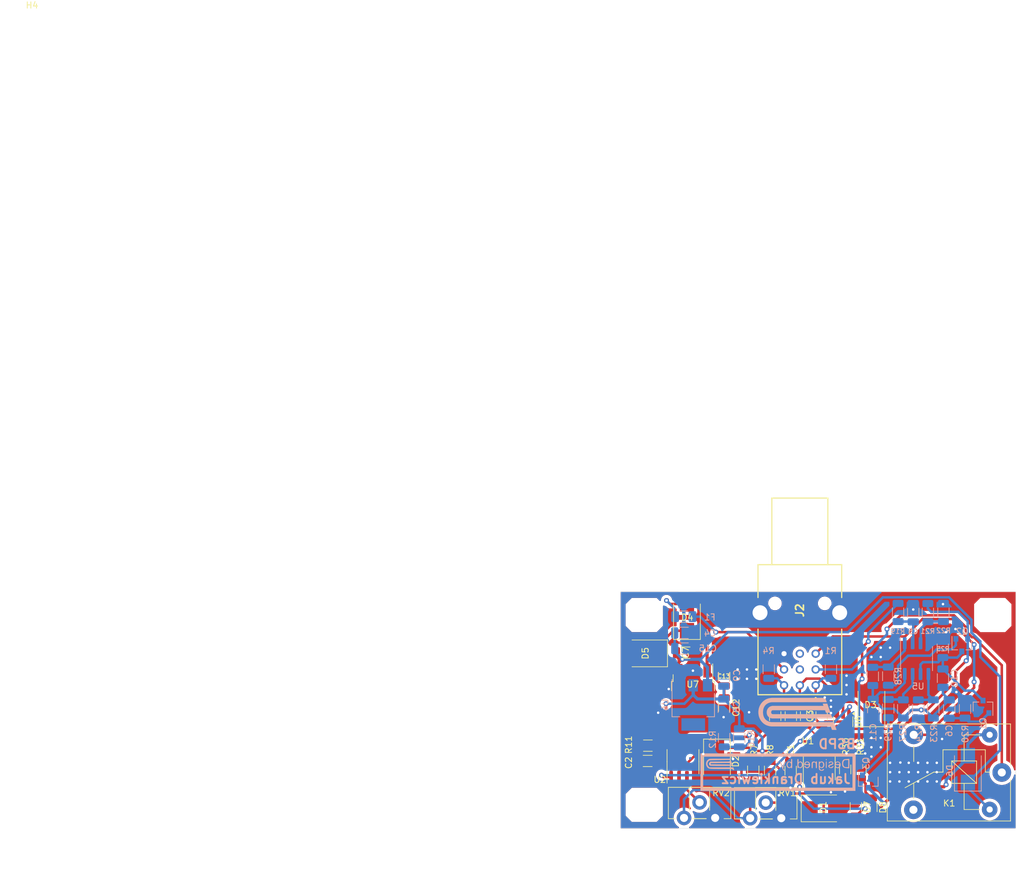
<source format=kicad_pcb>
(kicad_pcb (version 20240108) (generator "pcbnew") (generator_version "8.0")
  (layers (0 "F.Cu" signal) (31 "B.Cu" signal) (34 "B.Paste" user) (35 "F.Paste" user) (36 "B.SilkS" user "B.Silkscreen") (37 "F.SilkS" user "F.Silkscreen") (38 "B.Mask" user) (39 "F.Mask" user) (44 "Edge.Cuts" user))
  (net 0 "")
  (net 1 "GND")
  (net 2 "+5V")
  (net 3 "Net-(U5A--)")
  (net 4 "Net-(Q1-G)")
  (net 5 "Net-(Q1-D)")
  (net 6 "Net-(D4-K)")
  (net 7 "+12V")
  (net 8 "Current_Sensor")
  (net 9 "Brake_1")
  (net 10 "Net-(D1-A1)")
  (net 11 "Net-(D2-A1)")
  (net 12 "Net-(D4-A)")
  (net 13 "Net-(D6-A)")
  (net 14 "Net-(D7-K)")
  (net 15 "/Comparators/Brake1Logic")
  (net 16 "Net-(D8-K)")
  (net 17 "/Comparators/Error")
  (net 19 "Brake_2")
  (net 20 "Net-(R26-Pad2)")
  (net 21 "Net-(R27-Pad2)")
  (net 24 "Net-(Q2-G)")
  (net 25 "Net-(Q3-G)")
  (net 26 "Net-(U1A--)")
  (net 27 "Relay_1")
  (net 28 "Net-(R10-Pad2)")
  (net 29 "Net-(U5A-+)")
  (net 30 "Net-(U5B-+)")
  (net 31 "Net-(U1B-+)")
  (net 32 "unconnected-(RV2-Pad2)")
  (net 33 "LV_in")
  (net 34 "Relay_2")
  (footprint "Diode_SMD:D_SMB" (layer "F.Cu") (at 113.1824 120.7426 -90)
    (property "Reference" "D2")
    (property "Value" "D_TVS")
  )
  (footprint "Resistor_SMD:R_1206_3216Metric" (layer "F.Cu") (at 122.54 113.5 90)
    (property "Reference" "R6" (hide yes))
    (property "Value" "10k")
  )
  (footprint "Diode_SMD:D_SMB" (layer "F.Cu") (at 101.6799 103.4161 180)
    (property "Reference" "D5")
    (property "Value" "SMBJ18CA-E3/52")
  )
  (footprint "Capacitor_SMD:C_1206_3216Metric" (layer "F.Cu") (at 135.5 128.0936 -90)
    (property "Reference" "D7")
    (property "Value" "LED GREEN")
  )
  (footprint "Capacitor_SMD:C_1206_3216Metric" (layer "F.Cu") (at 138 128.1416 -90)
    (property "Reference" "D8")
    (property "Value" "LED RED")
  )
  (footprint "Resistor_SMD:R_1206_3216Metric" (layer "F.Cu") (at 127.5 113.5 90)
    (property "Reference" "R3" (hide yes))
    (property "Value" "10k")
  )
  (footprint "Resistor_SMD:R_1206_3216Metric" (layer "F.Cu") (at 119.0117 122.2229 90)
    (property "Reference" "R7")
    (property "Value" "100k")
  )
  (footprint "Resistor_SMD:R_1206_3216Metric" (layer "F.Cu") (at 121.7168 122.2395 -90)
    (property "Reference" "R8")
    (property "Value" "10k")
  )
  (footprint "Resistor_SMD:R_1206_3216Metric" (layer "F.Cu") (at 102.0425 120.7008)
    (property "Reference" "R11")
    (property "Value" "10k")
  )
  (footprint "Package_SO:SOIC-8_3.9x4.9mm_P1.27mm" (layer "F.Cu") (at 107.7214 120.8136 90)
    (property "Reference" "U2")
    (property "Value" "LM393")
  )
  (footprint "Diode_SMD:D_SMB" (layer "F.Cu") (at 138 111.65 90)
    (property "Reference" "D3")
    (property "Value" "D_TVS")
  )
  (footprint "Capacitor_SMD:C_1206_3216Metric" (layer "F.Cu") (at 108.1514 103.3018)
    (property "Reference" "C7")
    (property "Value" "100n")
  )
  (footprint "Capacitor_SMD:C_1206_3216Metric" (layer "F.Cu") (at 125.0188 122.2484 -90)
    (property "Reference" "C1")
    (property "Value" "100n")
  )
  (footprint "Capacitor_SMD:C_1206_3216Metric" (layer "F.Cu") (at 114.3508 112.0376 -90)
    (property "Reference" "C12")
    (property "Value" "10u")
  )
  (footprint "Capacitor_SMD:C_1206_3216Metric" (layer "F.Cu") (at 114.3508 107.1644 90)
    (property "Reference" "C13")
    (property "Value" "100n")
  )
  (footprint "Resistor_SMD:R_1206_3216Metric" (layer "F.Cu") (at 125.0546 113.496 -90)
    (property "Reference" "R13" (hide yes))
    (property "Value" "10k")
  )
  (footprint "Package_TO_SOT_SMD:TO-252-3_TabPin2" (layer "F.Cu") (at 109.3206 110.398 -90)
    (property "Reference" "U7")
    (property "Value" "MC78M12CDTG DPAK")
  )
  (footprint "Resistor_SMD:R_1206_3216Metric" (layer "F.Cu") (at 133.7818 122.0617 -90)
    (property "Reference" "R30")
    (property "Value" "1k")
  )
  (footprint "Resistor_SMD:R_1206_3216Metric" (layer "F.Cu") (at 136.2456 122.0577 -90)
    (property "Reference" "R31")
    (property "Value" "10k")
  )
  (footprint "Diode_SMD:D_SMB" (layer "F.Cu") (at 108.3564 97.6286 90)
    (property "Reference" "D4")
    (property "Value" "D_Schottky")
  )
  (footprint "Capacitor_SMD:C_1206_3216Metric" (layer "F.Cu") (at 102.0808 118.237 180)
    (property "Reference" "C2")
    (property "Value" "100n")
  )
  (footprint "Package_SO:SOIC-8_3.9x4.9mm_P1.27mm" (layer "F.Cu") (at 129.6162 121.793 90)
    (property "Reference" "U1")
    (property "Value" "LM393")
  )
  (footprint "Diode_SMD:D_SMB" (layer "F.Cu") (at 130.2676 128.3208)
    (property "Reference" "D1")
    (property "Value" "D_TVS")
  )
  (footprint "Package_TO_SOT_SMD:SOT-23-5" (layer "F.Cu") (at 133.45 114.4016 -90)
    (property "Reference" "U6")
    (property "Value" "74AHC1G02")
  )
  (footprint "MountingHole:MountingHole_3.2mm_M3_ISO7380" (layer "F.Cu") (at 101.4984 97.2566)
    (property "Reference" "H1")
    (property "Value" "MountingHole")
  )
  (footprint "Relay_THT:Relay_SPDT_SANYOU_SRD_Series_Form_C" (layer "F.Cu") (at 158.95 122.55 180)
    (property "Reference" "K1")
    (property "Value" "SANYOU_SRD_Form_C")
  )
  (footprint "MountingHole:MountingHole_3.2mm_M3_ISO7380" (layer "F.Cu") (at 157.3784 97.2566)
    (property "Reference" "H3")
    (property "Value" "MountingHole")
  )
  (footprint "MountingHole:MountingHole_3.2mm_M3_ISO7380" (layer "F.Cu") (at 101.4984 127.7366)
    (property "Reference" "H2")
    (property "Value" "MountingHole")
  )
  (footprint "Potentiometer_THT:Potentiometer_ACP_CA9-H2,5_Horizontal" (layer "F.Cu") (at 118.5164 129.8956 90)
    (property "Reference" "RV1")
    (property "Value" "20k")
  )
  (footprint "Potentiometer_THT:Potentiometer_ACP_CA9-H2,5_Horizontal" (layer "F.Cu") (at 107.8884 129.8556 90)
    (property "Reference" "RV2")
    (property "Value" "20k")
  )
  (footprint "Connector_9pin:D369G99NP4" (layer "F.Cu") (at 129.04 108.54 90)
    (property "Reference" "J2")
    (property "Value" "D369-G99-NP4" (hide yes))
  )
  (footprint "MountingHole:MountingHole_3.2mm_M3_ISO7380" (layer "F.Cu") (at 3.125 3.125)
    (property "Reference" "H4")
    (property "Value" "MountingHole")
  )
  (footprint "Capacitor_SMD:C_1206_3216Metric" (layer "F.Cu") (at 130 113.475 90)
    (property "Reference" "C3")
    (property "Value" "100n")
  )
  (footprint "Package_SO:SOIC-8_3.9x4.9mm_P1.27mm" (layer "B.Cu") (at 145.255099 104.2558 -90)
    (property "Reference" "U5")
    (property "Value" "LM393")
  )
  (footprint "Fuse:Fuse_1206_3216Metric" (layer "B.Cu") (at 107.8514 97.5106)
    (property "Reference" "F1")
    (property "Value" "500mA")
  )
  (footprint "Package_TO_SOT_SMD:SOT-23" (layer "B.Cu") (at 152.519499 102.0826 -90)
    (property "Reference" "Q2")
    (property "Value" "Si2319CDS")
  )
  (footprint "Resistor_SMD:R_1206_3216Metric" (layer "B.Cu") (at 140.708499 107.0757 90)
    (property "Reference" "R28")
    (property "Value" "100R")
  )
  (footprint "Resistor_SMD:R_1206_3216Metric" (layer "B.Cu") (at 140.708499 112.2807 90)
    (property "Reference" "R29")
    (property "Value" "100R")
  )
  (footprint "Package_TO_SOT_SMD:SOT-23" (layer "B.Cu") (at 155.931899 112 90)
    (property "Reference" "Q1")
    (property "Value" "BSS138")
  )
  (footprint "Package_TO_SOT_SMD:SOT-23" (layer "B.Cu") (at 137.5 124 -90)
    (property "Reference" "Q3")
    (property "Value" "BSS138")
  )
  (footprint "Resistor_SMD:R_1206_3216Metric" (layer "B.Cu") (at 138.219299 107.1118 90)
    (property "Reference" "R26" (hide yes))
    (property "Value" "10k")
  )
  (footprint "Capacitor_SMD:C_1206_3216Metric" (layer "B.Cu") (at 107.8738 102.6414)
    (property "Reference" "C15")
    (property "Value" "100n")
  )
  (footprint "Diode_SMD:D_SMB" (layer "B.Cu") (at 153.5 122 90)
    (property "Reference" "D6")
    (property "Value" "D")
  )
  (footprint "Capacitor_SMD:C_1206_3216Metric" (layer "B.Cu") (at 150.500199 112.3569 -90)
    (property "Reference" "C6")
    (property "Value" "100n")
  )
  (footprint "Capacitor_SMD:C_1206_3216Metric" (layer "B.Cu") (at 138.295499 112.268 -90)
    (property "Reference" "C11")
    (property "Value" "100n")
  )
  (footprint "Resistor_SMD:R_1206_3216Metric" (layer "B.Cu") (at 143.121499 112.3442 90)
    (property "Reference" "R27")
    (property "Value" "10k")
  )
  (footprint "Resistor_SMD:R_1206_3216Metric" (layer "B.Cu") (at 142.283299 96.8395 90)
    (property "Reference" "R19")
    (property "Value" "39k")
  )
  (footprint "Resistor_SMD:R_1206_3216Metric" (layer "B.Cu") (at 147.071199 96.8649 -90)
    (property "Reference" "R21")
    (property "Value" "39k")
  )
  (footprint "Resistor_SMD:R_1206_3216Metric" (layer "B.Cu") (at 147.947499 112.3422 90)
    (property "Reference" "R23")
    (property "Value" "100k")
  )
  (footprint "Resistor_SMD:R_1206_3216Metric" (layer "B.Cu") (at 149.573099 96.8395 90)
    (property "Reference" "R22")
    (property "Value" "100k")
  )
  (footprint "Resistor_SMD:R_1206_3216Metric" (layer "B.Cu") (at 153.040199 112.3569 90)
    (property "Reference" "R20")
    (property "Value" "820k")
  )
  (footprint "Capacitor_SMD:C_1206_3216Metric" (layer "B.Cu") (at 114.2746 112.219 -90)
    (property "Reference" "C8")
    (property "Value" "10u")
  )
  (footprint "Resistor_SMD:R_1206_3216Metric" (layer "B.Cu") (at 149.471499 102.6267 90)
    (property "Reference" "R25")
    (property "Value" "1M")
  )
  (footprint "Resistor_SMD:R_1206_3216Metric" (layer "B.Cu") (at 145.534499 112.3442 -90)
    (property "Reference" "R24")
    (property "Value" "10k")
  )
  (footprint "Resistor_SMD:R_1206_3216Metric" (layer "B.Cu") (at 114.3254 116.9817 90)
    (property "Reference" "R12")
    (property "Value" "10k")
  )
  (footprint "Resistor_SMD:R_1206_3216Metric" (layer "B.Cu") (at 131.5 105.9625 90)
    (property "Reference" "R1")
    (property "Value" "100k")
  )
  (footprint "Resistor_SMD:R_1206_3216Metric" (layer "B.Cu") (at 121.5 105.9625 90)
    (property "Reference" "R4")
    (property "Value" "100k")
  )
  (footprint "Resistor_SMD:R_1206_3216Metric" (layer "B.Cu") (at 116.7638 116.9817 -90)
    (property "Reference" "R10")
    (property "Value" "100k")
  )
  (footprint "Capacitor_SMD:C_1206_3216Metric" (layer "B.Cu") (at 144.721699 96.8774 90)
    (property "Reference" "C5")
    (property "Value" "10u")
  )
  (footprint "Capacitor_SMD:C_1206_3216Metric" (layer "B.Cu") (at 107.8738 100.1268)
    (property "Reference" "C4")
    (property "Value" "10u")
  )
  (footprint "Capacitor_SMD:C_1206_3216Metric" (layer "B.Cu") (at 114.2746 107.2134 90)
    (property "Reference" "C9")
    (property "Value" "100n")
  )
  (footprint "Capacitor_SMD:C_1206_3216Metric" (layer "B.Cu") (at 149.496899 107.393 90)
    (property "Reference" "C10")
    (property "Value" "10u")
  )
  (footprint "Package_TO_SOT_SMD:SOT-223" (layer "B.Cu") (at 109.37 111.69 -90)
    (property "Reference" "U4")
    (property "Value" "LM1117-5.0")
  )
  (footprint "put_silkscreen:SignatureBox25mm" (layer "B.Cu") (at 122.978834 124.489667 180)
    (property "Reference" "G***" (hide yes))
    (property "Value" "LOGO" (hide yes))
  )
  (footprint "put_silkscreen:PUTM_LOGO_15mm" (layer "B.Cu") (at 126.5 113 180)
    (property "Reference" "G***" (hide yes))
    (property "Value" "LOGO" (hide yes))
  )
  (gr_line (start 161.1884 131.5466) (end 161.1884 93.4974) (stroke (width 0.05)) (layer "Edge.Cuts"))
  (gr_line (start 161.1884 93.4974) (end 97.6884 93.5101) (stroke (width 0.05)) (layer "Edge.Cuts"))
  (gr_line (start 97.6884 93.5101) (end 97.6884 131.5466) (stroke (width 0.05)) (layer "Edge.Cuts"))
  (gr_line (start 97.6884 131.5466) (end 161.1884 131.5466) (stroke (width 0.05)) (layer "Edge.Cuts"))
  (segment (start 108.886171 120.269) (end 108.886171 120.290771) (width 0.4) (layer "B.Cu") (net 0))
  (segment (start 132.2578 97.4344) (end 131.8514 97.4344) (width 0.4) (layer "F.Cu") (net 1))
  (segment (start 131.4958 124.2934) (end 131.5212 124.268) (width 0.4) (layer "F.Cu") (net 1))
  (segment (start 109.6264 105.8922) (end 109.3206 106.198) (width 0.4) (layer "F.Cu") (net 1))
  (segment (start 109.6264 103.3018) (end 109.6264 105.8922) (width 0.4) (layer "F.Cu") (net 1))
  (segment (start 132.9436 127.7948) (end 132.4176 128.3208) (width 0.4) (layer "F.Cu") (net 1))
  (segment (start 131.4958 125.73) (end 131.4958 124.2934) (width 0.4) (layer "F.Cu") (net 1))
  (segment (start 133.7564 125.603) (end 133.7564 126.982) (width 0.4) (layer "F.Cu") (net 1))
  (segment (start 133.7564 126.982) (end 132.4176 128.3208) (width 0.4) (layer "F.Cu") (net 1))
  (via (at 138 120) (size 0.8) (drill 0.4) (layers "F.Cu" "B.Cu") (net 1))
  (via (at 151.655899 109.6264) (size 0.8) (drill 0.4) (layers "F.Cu" "B.Cu") (net 1))
  (via (at 105.4354 109.1438) (size 0.8) (drill 0.4) (layers "F.Cu" "B.Cu") (net 1))
  (via (at 131.5 113) (size 0.8) (drill 0.4) (layers "F.Cu" "B.Cu") (net 1))
  (via (at 131.5 112) (size 0.8) (drill 0.4) (layers "F.Cu" "B.Cu") (net 1))
  (via (at 148.5 124) (size 0.8) (drill 0.4) (layers "F.Cu" "B.Cu") (net 1))
  (via (at 147 124) (size 0.8) (drill 0.4) (layers "F.Cu" "B.Cu") (net 1))
  (via (at 118 106) (size 0.8) (drill 0.4) (layers "F.Cu" "B.Cu") (net 1))
  (via (at 141 121) (size 0.8) (drill 0.4) (layers "F.Cu" "B.Cu") (net 1))
  (via (at 141 122.5) (size 0.8) (drill 0.4) (layers "F.Cu" "B.Cu") (net 1))
  (via (at 139.5 117) (size 0.8) (drill 0.4) (layers "F.Cu" "B.Cu") (net 1))
  (via (at 134 107) (size 0.8) (drill 0.4) (layers "F.Cu" "B.Cu") (net 1))
  (via (at 151.5 99.5) (size 0.8) (drill 0.4) (layers "F.Cu" "B.Cu") (net 1))
  (via (at 131.4958 125.73) (size 0.8) (drill 0.4) (layers "F.Cu" "B.Cu") (net 1))
  (via (at 141 102.5) (size 0.8) (drill 0.4) (layers "F.Cu" "B.Cu") (net 1))
  (via (at 144 121) (size 0.8) (drill 0.4) (layers "F.Cu" "B.Cu") (net 1))
  (via (at 138 118.5) (size 0.8) (drill 0.4) (layers "F.Cu" "B.Cu") (net 1))
  (via (at 115.7732 120.3706) (size 0.8) (drill 0.4) (layers "F.Cu" "B.Cu") (net 1))
  (via (at 118.3386 112.8776) (size 0.8) (drill 0.4) (layers "F.Cu" "B.Cu") (net 1))
  (via (at 149.352 117.1702) (size 0.8) (drill 0.4) (layers "F.Cu" "B.Cu") (net 1))
  (via (at 147 121) (size 0.8) (drill 0.4) (layers "F.Cu" "B.Cu") (net 1))
  (via (at 145.5 122.5) (size 0.8) (drill 0.4) (layers "F.Cu" "B.Cu") (net 1))
  (via (at 134 119.5) (size 0.8) (drill 0.4) (layers "F.Cu" "B.Cu") (net 1))
  (via (at 142.5 124) (size 0.8) (drill 0.4) (layers "F.Cu" "B.Cu") (net 1))
  (via (at 134 110) (size 0.8) (drill 0.4) (layers "F.Cu" "B.Cu") (net 1))
  (via (at 144 124) (size 0.8) (drill 0.4) (layers "F.Cu" "B.Cu") (net 1))
  (via (at 124.9934 124.9934) (size 0.8) (drill 0.4) (layers "F.Cu" "B.Cu") (net 1))
  (via (at 148.5 121) (size 0.8) (drill 0.4) (layers "F.Cu" "B.Cu") (net 1))
  (via (at 123.1138 126.2126) (size 0.8) (drill 0.4) (layers "F.Cu" "B.Cu") (net 1))
  (via (at 149.5 95.5) (size 0.8) (drill 0.4) (layers "F.Cu" "B.Cu") (net 1))
  (via (at 145.5 121) (size 0.8) (drill 0.4) (layers "F.Cu" "B.Cu") (net 1))
  (via (at 139.5 118.5) (size 0.8) (drill 0.4) (layers "F.Cu" "B.Cu") (net 1))
  (via (at 144 122.5) (size 0.8) (drill 0.4) (layers "F.Cu" "B.Cu") (net 1))
  (via (at 142.5 122.5) (size 0.8) (drill 0.4) (layers "F.Cu" "B.Cu") (net 1))
  (via (at 141 124) (size 0.8) (drill 0.4) (layers "F.Cu" "B.Cu") (net 1))
  (via (at 119.5 106) (size 0.8) (drill 0.4) (layers "F.Cu" "B.Cu") (net 1))
  (via (at 138 104) (size 0.8) (drill 0.4) (layers "F.Cu" "B.Cu") (net 1))
  (via (at 116.5 107.5) (size 0.8) (drill 0.4) (layers "F.Cu" "B.Cu") (net 1))
  (via (at 134 108.5) (size 0.8) (drill 0.4) (layers "F.Cu" "B.Cu") (net 1))
  (via (at 139.5 104) (size 0.8) (drill 0.4) (layers "F.Cu" "B.Cu") (net 1))
  (via (at 147 122.5) (size 0.8) (drill 0.4) (layers "F.Cu" "B.Cu") (net 1))
  (via (at 138 117) (size 0.8) (drill 0.4) (layers "F.Cu" "B.Cu") (net 1))
  (via (at 118 107.5) (size 0.8) (drill 0.4) (layers "F.Cu" "B.Cu") (net 1))
  (via (at 145.5 124) (size 0.8) (drill 0.4) (layers "F.Cu" "B.Cu") (net 1))
  (via (at 110.9726 119.5832) (size 0.8) (drill 0.4) (layers "F.Cu" "B.Cu") (net 1))
  (via (at 131.5 111) (size 0.8) (drill 0.4) (layers "F.Cu" "B.Cu") (net 1))
  (via (at 150 100) (size 0.8) (drill 0.4) (layers "F.Cu" "B.Cu") (net 1))
  (via (at 103.7336 112.9538) (size 0.8) (drill 0.4) (layers "F.Cu" "B.Cu") (net 1))
  (via (at 148.5 122.5) (size 0.8) (drill 0.4) (layers "F.Cu" "B.Cu") (net 1))
  (via (at 142.6464 120.9548) (size 0.8) (drill 0.4) (layers "F.Cu" "B.Cu") (net 1))
  (via (at 114.25 113.66) (size 0.8) (drill 0.4) (layers "F.Cu" "B.Cu") (net 1))
  (via (at 130.5 110.5) (size 0.8) (drill 0.4) (layers "F.Cu" "B.Cu") (net 1))
  (via (at 116.5 106) (size 0.8) (drill 0.4) (layers "F.Cu" "B.Cu") (net 1))
  (via (at 109.3206 106.198) (size 0.8) (drill 0.4) (layers "F.Cu" "B.Cu") (net 1))
  (via (at 139.5 102.5) (size 0.8) (drill 0.4) (layers "F.Cu" "B.Cu") (net 1))
  (via (at 133.7564 125.603) (size 0.8) (drill 0.4) (layers "F.Cu" "B.Cu") (net 1))
  (via (at 144.721699 96.3676) (size 0.8) (drill 0.4) (layers "F.Cu" "B.Cu") (net 1))
  (via (at 135.5 119.5) (size 0.8) (drill 0.4) (layers "F.Cu" "B.Cu") (net 1))
  (via (at 119.5 107.5) (size 0.8) (drill 0.4) (layers "F.Cu" "B.Cu") (net 1))
  (via (at 137 119.5) (size 0.8) (drill 0.4) (layers "F.Cu" "B.Cu") (net 1))
  (segment (start 144.721699 96.3676) (end 144.721699 96.6216) (width 0.4) (layer "B.Cu") (net 1))
  (segment (start 151.655899 109.6264) (end 151.772199 109.6264) (width 0.4) (layer "B.Cu") (net 1))
  (segment (start 144.721699 95.4024) (end 144.721699 96.3676) (width 0.4) (layer "B.Cu") (net 1))
  (segment (start 144.721699 96.6216) (end 144.747099 96.647) (width 0.4) (layer "B.Cu") (net 1))
  (segment (start 108.722 106.198) (end 109.3206 106.198) (width 0.5) (layer "B.Cu") (net 1))
  (segment (start 109.2966 106.222) (end 109.3206 106.198) (width 0.4) (layer "B.Cu") (net 1))
  (segment (start 109.2962 106.222) (end 109.2966 106.222) (width 0.4) (layer "B.Cu") (net 1))
  (segment (start 107.07 107.85) (end 108.722 106.198) (width 0.5) (layer "B.Cu") (net 1))
  (segment (start 151.772199 109.6264) (end 153.040199 110.8944) (width 0.4) (layer "B.Cu") (net 1))
  (segment (start 107.07 108.54) (end 107.07 107.85) (width 0.5) (layer "B.Cu") (net 1))
  (segment (start 117.1194 123.0884) (end 117.7164 123.6854) (width 0.4) (layer "F.Cu") (net 2))
  (segment (start 125.0188 120.7734) (end 126.4666 122.2212) (width 0.4) (layer "F.Cu") (net 2))
  (segment (start 123.346 119.1006) (end 123.346 117.485171) (width 0.4) (layer "F.Cu") (net 2))
  (segment (start 123.346 117.485171) (end 125.0546 115.776571) (width 0.4) (layer "F.Cu") (net 2))
  (segment (start 141.4609 115.5391) (end 144.5 112.5) (width 0.4) (layer "F.Cu") (net 2))
  (segment (start 117.1194 120.2944) (end 117.1194 123.0884) (width 0.4) (layer "F.Cu") (net 2))
  (segment (start 101.9048 119.1006) (end 102.7684 118.237) (width 0.4) (layer "F.Cu") (net 2))
  (segment (start 119.0244 119.4562) (end 117.9576 119.4562) (width 0.4) (layer "F.Cu") (net 2))
  (segment (start 151.5 107.953499) (end 151.5 106.327899) (width 0.4) (layer "F.Cu") (net 2))
  (segment (start 130 114.95) (end 130.575 114.375) (width 0.4) (layer "F.Cu") (net 2))
  (segment (start 105.8164 118.3386) (end 103.6574 118.3386) (width 0.4) (layer "F.Cu") (net 2))
  (segment (start 134.4 115.5391) (end 141.4609 115.5391) (width 0.4) (layer "F.Cu") (net 2))
  (segment (start 129.05 114) (end 126.0131 114) (width 0.4) (layer "F.Cu") (net 2))
  (segment (start 103.6574 118.3386) (end 103.5558 118.237) (width 0.4) (layer "F.Cu") (net 2))
  (segment (start 123.346 119.1006) (end 120.4722 119.1006) (width 0.4) (layer "F.Cu") (net 2))
  (segment (start 136.697 128.3716) (end 135.5 129.5686) (width 0.4) (layer "F.Cu") (net 2))
  (segment (start 100.58 120.7008) (end 101.473 120.7008) (width 0.4) (layer "F.Cu") (net 2))
  (segment (start 151.5 107.953499) (end 146.953499 112.5) (width 0.4) (layer "F.Cu") (net 2))
  (segment (start 151.5 106.327899) (end 153.230699 104.5972) (width 0.4) (layer "F.Cu") (net 2))
  (segment (start 117.9576 119.4562) (end 117.1194 120.2944) (width 0.4) (layer "F.Cu") (net 2))
  (segment (start 125.0188 120.7734) (end 123.346 119.1006) (width 0.4) (layer "F.Cu") (net 2))
  (segment (start 146 112.5) (end 144.5 112.5) (width 0.4) (layer "F.Cu") (net 2))
  (segment (start 137 128.3716) (end 136.697 128.3716) (width 0.4) (layer "F.Cu") (net 2))
  (segment (start 101.9048 120.269) (end 101.9048 119.1006) (width 0.4) (layer "F.Cu") (net 2))
  (segment (start 133.2359 114.375) (end 134.4 115.5391) (width 0.4) (layer "F.Cu") (net 2))
  (segment (start 101.473 120.7008) (end 101.9048 120.269) (width 0.4) (layer "F.Cu") (net 2))
  (segment (start 126.4666 122.2212) (end 126.4666 124.8918) (width 0.4) (layer "F.Cu") (net 2))
  (segment (start 117.7164 123.6854) (end 119.0117 123.6854) (width 0.4) (layer "F.Cu") (net 2))
  (segment (start 130 114.95) (end 129.05 114) (width 0.4) (layer "F.Cu") (net 2))
  (segment (start 118.5164 129.8956) (end 118.5164 124.1807) (width 0.4) (layer "F.Cu") (net 2))
  (segment (start 125.0546 115.776571) (end 125.0546 114.9585) (width 0.4) (layer "F.Cu") (net 2))
  (segment (start 118.5164 124.1807) (end 119.0117 123.6854) (width 0.4) (layer "F.Cu") (net 2))
  (segment (start 105 114.3544) (end 103.5558 115.7986) (width 0.4) (layer "F.Cu") (net 2))
  (segment (start 126.0131 114) (end 125.0546 114.9585) (width 0.4) (layer "F.Cu") (net 2))
  (segment (start 119.38 119.1006) (end 119.0244 119.4562) (width 0.4) (layer "F.Cu") (net 2))
  (segment (start 125.4074 120.3848) (end 125.0188 120.7734) (width 0.4) (layer "F.Cu") (net 2))
  (segment (start 104.9528 111.4528) (end 105 111.5) (width 0.4) (layer "F.Cu") (net 2))
  (segment (start 127.7112 119.318) (end 126.6444 120.3848) (width 0.4) (layer "F.Cu") (net 2))
  (segment (start 146.953499 112.5) (end 146 112.5) (width 0.4) (layer "F.Cu") (net 2))
  (segment (start 126.6444 120.3848) (end 125.4074 120.3848) (width 0.4) (layer "F.Cu") (net 2))
  (segment (start 102.7684 118.237) (end 103.5558 118.237) (width 0.4) (layer "F.Cu") (net 2))
  (segment (start 120.4722 119.1006) (end 119.38 119.1006) (width 0.4) (layer "F.Cu") (net 2))
  (segment (start 103.5558 115.7986) (end 103.5558 118.237) (width 0.4) (layer "F.Cu") (net 2))
  (segment (start 105 111.5) (end 105 114.3544) (width 0.4) (layer "F.Cu") (net 2))
  (segment (start 130.575 114.375) (end 133.2359 114.375) (width 0.4) (layer "F.Cu") (net 2))
  (segment (start 100.58 120.7008) (end 101.2444 120.7008) (width 0.4) (layer "F.Cu") (net 2))
  (via (at 126.4666 124.8918) (size 0.8) (drill 0.4) (layers "F.Cu" "B.Cu") (net 2))
  (via (at 137 128.3716) (size 0.8) (drill 0.4) (layers "F.Cu" "B.Cu") (net 2))
  (via (at 105 111.5) (size 0.8) (drill 0.4) (layers "F.Cu" "B.Cu") (net 2))
  (via (at 120.4722 119.1006) (size 0.8) (drill 0.4) (layers "F.Cu" "B.Cu") (net 2))
  (via (at 146 112.5) (size 0.8) (drill 0.4) (layers "F.Cu" "B.Cu") (net 2))
  (via (at 153.230699 104.5972) (size 0.8) (drill 0.4) (layers "F.Cu" "B.Cu") (net 2))
  (segment (start 141.781235 109.6772) (end 139.411299 109.6772) (width 0.4) (layer "B.Cu") (net 2))
  (segment (start 107.94 111.5) (end 109.37 110.07) (width 0.4) (layer "B.Cu") (net 2))
  (segment (start 116.7638 115.5192) (end 119.0498 115.5192) (width 0.4) (layer "B.Cu") (net 2))
  (segment (start 147.617299 96.7486) (end 151.935299 96.7486) (width 0.4) (layer "B.Cu") (net 2))
  (segment (start 109.37 110.07) (end 110.044 110.744) (width 0.5) (layer "B.Cu") (net 2))
  (segment (start 153.469499 98.2828) (end 153.469499 101.0826) (width 0.4) (layer "B.Cu") (net 2))
  (segment (start 153.469499 104.3584) (end 153.469499 101.0826) (width 0.4) (layer "B.Cu") (net 2))
  (segment (start 116.5606 129.8956) (end 118.5164 129.8956) (width 0.4) (layer "B.Cu") (net 2))
  (segment (start 147.071199 96.2025) (end 147.617299 96.7486) (width 0.4) (layer "B.Cu") (net 2))
  (segment (start 128.7526 128.3716) (end 126.4666 126.0856) (width 0.4) (layer "B.Cu") (net 2))
  (segment (start 146 112.5) (end 146.642799 112.5) (width 0.4) (layer "B.Cu") (net 2))
  (segment (start 149.496899 108.868) (end 149.496899 109.8786) (width 0.4) (layer "B.Cu") (net 2))
  (segment (start 110.044 110.744) (end 114.2746 110.744) (width 0.5) (layer "B.Cu") (net 2))
  (segment (start 109.37 108.54) (end 109.37 110.07) (width 0.5) (layer "B.Cu") (net 2))
  (segment (start 139.411299 109.6772) (end 138.295499 110.793) (width 0.4) (layer "B.Cu") (net 2))
  (segment (start 141.633599 112.3188) (end 143.121499 113.8067) (width 0.4) (layer "B.Cu") (net 2))
  (segment (start 109.37 108.54) (end 109.37 109.92) (width 0.5) (layer "B.Cu") (net 2))
  (segment (start 151.935299 96.7486) (end 153.469499 98.2828) (width 0.4) (layer "B.Cu") (net 2))
  (segment (start 144.428199 112.5) (end 143.121499 113.8067) (width 0.4) (layer "B.Cu") (net 2))
  (segment (start 138.219299 110.7168) (end 138.295499 110.793) (width 0.4) (layer "B.Cu") (net 2))
  (segment (start 114.2746 110.744) (end 116.7638 113.2332) (width 0.4) (layer "B.Cu") (net 2))
  (segment (start 126.4666 126.0856) (end 126.4666 124.8918) (width 0.4) (layer "B.Cu") (net 2))
  (segment (start 147.071199 95.4024) (end 147.071199 96.2025) (width 0.4) (layer "B.Cu") (net 2))
  (segment (start 107.8884 129.8556) (end 107.8884 126.8584) (width 0.4) (layer "B.Cu") (net 2))
  (segment (start 147.947499 113.4346) (end 150.500199 110.8819) (width 0.4) (layer "B.Cu") (net 2))
  (segment (start 153.230699 104.5972) (end 153.469499 104.3584) (width 0.4) (layer "B.Cu") (net 2))
  (segment (start 139.821299 112.3188) (end 141.633599 112.3188) (width 0.4) (layer "B.Cu") (net 2))
  (segment (start 147.947499 113.8047) (end 147.947499 113.4346) (width 0.4) (layer "B.Cu") (net 2))
  (segment (start 150.538299 110.8438) (end 150.500199 110.8819) (width 0.4) (layer "B.Cu") (net 2))
  (segment (start 112.0394 125.3744) (end 116.5606 129.8956) (width 0.4) (layer "B.Cu") (net 2))
  (segment (start 105 111.5) (end 107.94 111.5) (width 0.4) (layer "B.Cu") (net 2))
  (segment (start 120.4722 116.9416) (end 120.4722 119.1006) (width 0.4) (layer "B.Cu") (net 2))
  (segment (start 116.7638 113.2332) (end 116.7638 115.5192) (width 0.4) (layer "B.Cu") (net 2))
  (segment (start 146 112.5) (end 144.428199 112.5) (width 0.4) (layer "B.Cu") (net 2))
  (segment (start 143.350099 108.108336) (end 141.781235 109.6772) (width 0.4) (layer "B.Cu") (net 2))
  (segment (start 146.642799 112.5) (end 147.947499 113.8047) (width 0.4) (layer "B.Cu") (net 2))
  (segment (start 119.0498 115.5192) (end 120.4722 116.9416) (width 0.4) (layer "B.Cu") (net 2))
  (segment (start 143.350099 106.7308) (end 143.350099 108.108336) (width 0.4) (layer "B.Cu") (net 2))
  (segment (start 107.8884 126.8584) (end 109.3724 125.3744) (width 0.4) (layer "B.Cu") (net 2))
  (segment (start 114.2746 108.6884) (end 114.2746 110.744) (width 0.4) (layer "B.Cu") (net 2))
  (segment (start 149.496899 109.8786) (end 150.500199 110.8819) (width 0.4) (layer "B.Cu") (net 2))
  (segment (start 138.219299 108.5743) (end 138.219299 110.7168) (width 0.4) (layer "B.Cu") (net 2))
  (segment (start 138.295499 110.793) (end 139.821299 112.3188) (width 0.4) (layer "B.Cu") (net 2))
  (segment (start 137 128.3716) (end 128.7526 128.3716) (width 0.4) (layer "B.Cu") (net 2))
  (segment (start 109.3724 125.3744) (end 112.0394 125.3744) (width 0.4) (layer "B.Cu") (net 2))
  (segment (start 142.283299 98.302) (end 144.671299 98.302) (width 0.4) (layer "B.Cu") (net 3))
  (segment (start 144.721699 98.3524) (end 144.721699 101.6792) (width 0.4) (layer "B.Cu") (net 3))
  (segment (start 144.671299 98.302) (end 144.721699 98.3524) (width 0.4) (layer "B.Cu") (net 3))
  (segment (start 144.721699 101.6792) (end 144.620099 101.7808) (width 0.4) (layer "B.Cu") (net 3))
  (segment (start 153.040199 113.8194) (end 150.512699 113.8194) (width 0.4) (layer "B.Cu") (net 4))
  (segment (start 153.040199 113.8194) (end 153.602698 114.381899) (width 0.4) (layer "B.Cu") (net 4))
  (segment (start 150.512699 113.8194) (end 150.500199 113.8319) (width 0.4) (layer "B.Cu") (net 4))
  (segment (start 153.602698 114.381899) (end 155.5 114.381899) (width 0.4) (layer "B.Cu") (net 4))
  (segment (start 155.5 114.381899) (end 156.881899 113) (width 0.4) (layer "B.Cu") (net 4))
  (segment (start 153.002099 109.3978) (end 154.329699 109.3978) (width 0.4) (layer "B.Cu") (net 5))
  (segment (start 149.471499 104.0892) (end 149.471499 105.8926) (width 0.4) (layer "B.Cu") (net 5))
  (segment (start 149.471499 105.8926) (end 149.496899 105.918) (width 0.4) (layer "B.Cu") (net 5))
  (segment (start 152.519499 103.3526) (end 151.782899 104.0892) (width 0.4) (layer "B.Cu") (net 5))
  (segment (start 146.271099 104.8258) (end 148.734899 104.8258) (width 0.4) (layer "B.Cu") (net 5))
  (segment (start 153.002099 109.3978) (end 151.401899 107.7976) (width 0.4) (layer "B.Cu") (net 5))
  (segment (start 151.782899 104.0892) (end 149.471499 104.0892) (width 0.4) (layer "B.Cu") (net 5))
  (segment (start 145.890099 106.7308) (end 145.890099 105.2068) (width 0.4) (layer "B.Cu") (net 5))
  (segment (start 148.734899 104.8258) (end 149.471499 104.0892) (width 0.4) (layer "B.Cu") (net 5))
  (segment (start 151.401899 107.7976) (end 151.376499 107.7976) (width 0.4) (layer "B.Cu") (net 5))
  (segment (start 152.519499 103.0826) (end 152.519499 103.3526) (width 0.4) (layer "B.Cu") (net 5))
  (segment (start 151.376499 107.7976) (end 149.496899 105.918) (width 0.4) (layer "B.Cu") (net 5))
  (segment (start 145.890099 105.2068) (end 146.271099 104.8258) (width 0.4) (layer "B.Cu") (net 5))
  (segment (start 154.329699 109.3978) (end 155.931899 111) (width 0.4) (layer "B.Cu") (net 5))
  (segment (start 114.3508 110.5626) (end 114.3508 108.6394) (width 0.4) (layer "F.Cu") (net 6))
  (segment (start 103.8299 103.4161) (end 103.8299 102.1133) (width 0.4) (layer "F.Cu") (net 6))
  (segment (start 114.3508 108.6394) (end 114.042 108.6394) (width 0.4) (layer "F.Cu") (net 6))
  (segment (start 103.8299 102.1133) (end 106.1646 99.7786) (width 0.4) (layer "F.Cu") (net 6))
  (segment (start 106.1646 99.7786) (end 108.3564 99.7786) (width 0.4) (layer "F.Cu") (net 6))
  (segment (start 108.3564 99.7786) (end 110.2688 99.7786) (width 0.5) (layer "F.Cu") (net 6))
  (segment (start 111.6006 101.1104) (end 111.6006 106.198) (width 0.5) (layer "F.Cu") (net 6))
  (segment (start 114.042 108.6394) (end 111.6006 106.198) (width 0.4) (layer "F.Cu") (net 6))
  (segment (start 110.2688 99.7786) (end 111.6006 101.1104) (width 0.5) (layer "F.Cu") (net 6))
  (segment (start 111.6006 106.198) (end 111.6006 106.4698) (width 0.4) (layer "F.Cu") (net 6))
  (segment (start 107.0406 104.9478) (end 107.6198 104.3686) (width 0.4) (layer "F.Cu") (net 7))
  (segment (start 106.6764 103.9332) (end 107.0406 104.2974) (width 0.4) (layer "F.Cu") (net 7))
  (segment (start 106.6764 103.3018) (end 106.6764 103.9332) (width 0.4) (layer "F.Cu") (net 7))
  (segment (start 107.0406 106.198) (end 107.0406 104.9478) (width 0.4) (layer "F.Cu") (net 7))
  (segment (start 107.0406 104.2974) (end 107.0406 106.198) (width 0.4) (layer "F.Cu") (net 7))
  (via (at 107.6198 104.3686) (size 0.8) (drill 0.4) (layers "F.Cu" "B.Cu") (net 7))
  (segment (start 111.66 105.67) (end 110.3586 104.3686) (width 0.5) (layer "B.Cu") (net 7))
  (segment (start 158.65 119) (end 153.5 124.15) (width 0.4) (layer "B.Cu") (net 7))
  (segment (start 106.3988 100.1268) (end 106.3988 102.6414) (width 0.4) (layer "B.Cu") (net 7))
  (segment (start 155.5 104) (end 158.65 107.15) (width 0.4) (layer "B.Cu") (net 7))
  (segment (start 111.67 108.54) (end 111.67 107.04) (width 0.5) (layer "B.Cu") (net 7))
  (segment (start 153.5 124.15) (end 153.5 125) (width 0.4) (layer "B.Cu") (net 7))
  (segment (start 158.65 107.15) (end 158.65 119) (width 0.4) (layer "B.Cu") (net 7))
  (segment (start 154.069499 98.009734) (end 154.069499 100.069499) (width 0.4) (layer "B.Cu") (net 7))
  (segment (start 139.8355 94.4145) (end 150.474265 94.4145) (width 0.4) (layer "B.Cu") (net 7))
  (segment (start 106.3988 103.1476) (end 107.6198 104.3686) (width 0.4) (layer "B.Cu") (net 7))
  (segment (start 110.3586 104.3686) (end 107.6198 104.3686) (width 0.5) (layer "B.Cu") (net 7))
  (segment (start 154.069499 100.069499) (end 155.5 101.5) (width 0.4) (layer "B.Cu") (net 7))
  (segment (start 107.6198 104.3686) (end 110.554571 104.3686) (width 0.4) (layer "B.Cu") (net 7))
  (segment (start 134.25 100) (end 139.8355 94.4145) (width 0.4) (layer "B.Cu") (net 7))
  (segment (start 106.3988 102.6414) (end 106.3988 103.1476) (width 0.4) (layer "B.Cu") (net 7))
  (segment (start 110.554571 104.3686) (end 114.923171 100) (width 0.4) (layer "B.Cu") (net 7))
  (segment (start 153.5 125) (end 157 128.5) (width 0.4) (layer "B.Cu") (net 7))
  (segment (start 150.474265 94.4145) (end 154.069499 98.009734) (width 0.4) (layer "B.Cu") (net 7))
  (segment (start 111.66 107.03) (end 111.66 105.67) (width 0.5) (layer "B.Cu") (net 7))
  (segment (start 111.67 107.04) (end 111.66 107.03) (width 0.5) (layer "B.Cu") (net 7))
  (segment (start 114.923171 100) (end 134.25 100) (width 0.4) (layer "B.Cu") (net 7))
  (segment (start 155.5 101.5) (end 155.5 104) (width 0.4) (layer "B.Cu") (net 7))
  (segment (start 133.45 113.2641) (end 133.45 111.25) (width 0.4) (layer "F.Cu") (net 8))
  (segment (start 133.45 111.25) (end 133.5 111.2) (width 0.4) (layer "F.Cu") (net 8))
  (segment (start 138 113.8) (end 135.4 111.2) (width 0.4) (layer "F.Cu") (net 8))
  (segment (start 129.6735 107.4735) (end 127.5665 107.4735) (width 0.4) (layer "F.Cu") (net 8))
  (segment (start 125.0546 112.0335) (end 126.5 110.5881) (width 0.4) (layer "F.Cu") (net 8))
  (segment (start 135.4 111.2) (end 133.5 111.2) (width 0.4) (layer "F.Cu") (net 8))
  (segment (start 127.5665 107.4735) (end 126.5 108.54) (width 0.4) (layer "F.Cu") (net 8))
  (segment (start 133.45 111.25) (end 129.6735 107.4735) (width 0.4) (layer "F.Cu") (net 8))
  (segment (start 126.5 110.5881) (end 126.5 108.54) (width 0.4) (layer "F.Cu") (net 8))
  (segment (start 129.04 110.4975) (end 129.04 108.54) (width 0.4) (layer "F.Cu") (net 9))
  (segment (start 127.5 112.0375) (end 129.04 110.4975) (width 0.4) (layer "F.Cu") (net 9))
  (segment (start 130.155 107.425) (end 129.04 108.54) (width 0.4) (layer "B.Cu") (net 9))
  (segment (start 131.5 107.425) (end 130.155 107.425) (width 0.4) (layer "B.Cu") (net 9))
  (segment (start 130.2512 126.1872) (end 128.1176 128.3208) (width 0.4) (layer "F.Cu") (net 10))
  (segment (start 130.2512 124.268) (end 130.2512 126.1872) (width 0.4) (layer "F.Cu") (net 10))
  (segment (start 130.2512 119.318) (end 130.2512 117.1928) (width 0.25) (layer "F.Cu") (net 10))
  (segment (start 129.1327 116.5952) (end 127.5 114.9625) (width 0.25) (layer "F.Cu") (net 10))
  (segment (start 130.2512 117.1928) (end 129.6536 116.5952) (width 0.25) (layer "F.Cu") (net 10))
  (segment (start 129.6536 116.5952) (end 129.1327 116.5952) (width 0.25) (layer "F.Cu") (net 10))
  (segment (start 130.2512 124.268) (end 130.2512 119.318) (width 0.4) (layer "F.Cu") (net 10))
  (segment (start 113.1824 118.5926) (end 118.9099 118.5926) (width 0.4) (layer "F.Cu") (net 11))
  (segment (start 109.6264 119.8372) (end 109.6264 118.3386) (width 0.4) (layer "F.Cu") (net 11))
  (segment (start 109.6264 118.3386) (end 112.9284 118.3386) (width 0.4) (layer "F.Cu") (net 11))
  (segment (start 107.0864 122.3772) (end 109.6264 119.8372) (width 0.4) (layer "F.Cu") (net 11))
  (segment (start 107.0864 123.2886) (end 107.0864 122.3772) (width 0.4) (layer "F.Cu") (net 11))
  (segment (start 118.9099 118.5926) (end 122.54 114.9625) (width 0.4) (layer "F.Cu") (net 11))
  (segment (start 112.9284 118.3386) (end 113.1824 118.5926) (width 0.4) (layer "F.Cu") (net 11))
  (segment (start 108.3564 95.4786) (end 105.6386 95.4786) (width 0.4) (layer "F.Cu") (net 12))
  (segment (start 105.6386 95.4786) (end 105.0798 94.9198) (width 0.4) (layer "F.Cu") (net 12))
  (via (at 105.0798 94.9198) (size 0.8) (drill 0.4) (layers "F.Cu" "B.Cu") (net 12))
  (segment (start 106.299 96.139) (end 106.299 97.3582) (width 0.4) (layer "B.Cu") (net 12))
  (segment (start 106.299 97.3582) (end 106.4514 97.5106) (width 0.4) (layer "B.Cu") (net 12))
  (segment (start 105.0798 94.9198) (end 106.299 96.139) (width 0.4) (layer "B.Cu") (net 12))
  (segment (start 149.65 124.85) (end 142.75 124.85) (width 0.5) (layer "F.Cu") (net 13))
  (segment (start 142.75 124.85) (end 140.05 127.55) (width 0.5) (layer "F.Cu") (net 13))
  (segment (start 140.05 127.55) (end 140.05 127.5666) (width 0.5) (layer "F.Cu") (net 13))
  (segment (start 140.05 127.5666) (end 138 129.6166) (width 0.5) (layer "F.Cu") (net 13))
  (segment (start 150 124.5) (end 149.65 124.85) (width 0.5) (layer "F.Cu") (net 13))
  (via (at 150 124.5) (size 0.8) (drill 0.4) (layers "F.Cu" "B.Cu") (net 13))
  (via (at 140.05 127.55) (size 0.8) (drill 0.4) (layers "F.Cu" "B.Cu") (net 13))
  (segment (start 153.85 119.5) (end 153.5 119.85) (width 0.5) (layer "B.Cu") (net 13))
  (segment (start 153.5 119.85) (end 153.5 118) (width 0.5) (layer "B.Cu") (net 13))
  (segment (start 153.5 118) (end 155 116.5) (width 0.5) (layer "B.Cu") (net 13))
  (segment (start 155 116.5) (end 157 116.5) (width 0.5) (layer "B.Cu") (net 13))
  (segment (start 140.05 127.55) (end 137.5 125) (width 0.5) (layer "B.Cu") (net 13))
  (segment (start 150 123.702082) (end 150 124.5) (width 0.5) (layer "B.Cu") (net 13))
  (segment (start 153.5 119.85) (end 153.5 120.202082) (width 0.5) (layer "B.Cu") (net 13))
  (segment (start 153.5 120.202082) (end 150 123.702082) (width 0.5) (layer "B.Cu") (net 13))
  (segment (start 133.7818 123.5242) (end 133.7818 124.333) (width 0.4) (layer "F.Cu") (net 14))
  (segment (start 135.378 126.5936) (end 136.0424 126.5936) (width 0.4) (layer "F.Cu") (net 14))
  (segment (start 135.5 126.0512) (end 135.5 126.6186) (width 0.4) (layer "F.Cu") (net 14))
  (segment (start 133.7818 124.333) (end 135.5 126.0512) (width 0.4) (layer "F.Cu") (net 14))
  (segment (start 107.0864 118.3386) (end 107.0864 119.507) (width 0.4) (layer "F.Cu") (net 15))
  (segment (start 105.8164 122.047) (end 105.8164 123.2886) (width 0.4) (layer "F.Cu") (net 15))
  (segment (start 104.5688 123.2886) (end 104.267 122.9868) (width 0.4) (layer "F.Cu") (net 15))
  (segment (start 103.505 120.7008) (end 105.6992 120.7008) (width 0.4) (layer "F.Cu") (net 15))
  (segment (start 127.7112 122.6566) (end 128.9812 121.3866) (width 0.4) (layer "F.Cu") (net 15))
  (segment (start 105.6992 120.7008) (end 105.7246 120.7262) (width 0.4) (layer "F.Cu") (net 15))
  (segment (start 128.9812 119.318) (end 128.9812 118.343001) (width 0.4) (layer "F.Cu") (net 15))
  (segment (start 107.0864 119.507) (end 107.0864 120.777) (width 0.4) (layer "F.Cu") (net 15))
  (segment (start 128.197899 117.5597) (end 126.5597 117.5597) (width 0.4) (layer "F.Cu") (net 15))
  (segment (start 134.4 112.1) (end 134.5 112) (width 0.4) (layer "F.Cu") (net 15))
  (segment (start 128.9812 118.343001) (end 128.197899 117.5597) (width 0.4) (layer "F.Cu") (net 15))
  (segment (start 127.7112 124.268) (end 127.7112 122.6566) (width 0.4) (layer "F.Cu") (net 15))
  (segment (start 128.9812 121.3866) (end 128.9812 119.318) (width 0.4) (layer "F.Cu") (net 15))
  (segment (start 134.4 113.2641) (end 134.4 112.1) (width 0.4) (layer "F.Cu") (net 15))
  (segment (start 105.7246 120.7262) (end 105.8672 120.7262) (width 0.4) (layer "F.Cu") (net 15))
  (segment (start 107.0864 120.777) (end 105.8164 122.047) (width 0.4) (layer "F.Cu") (net 15))
  (segment (start 105.8672 120.7262) (end 107.0864 119.507) (width 0.4) (layer "F.Cu") (net 15))
  (segment (start 105.8164 123.2886) (end 104.5688 123.2886) (width 0.4) (layer "F.Cu") (net 15))
  (via (at 126.5597 117.5597) (size 0.8) (drill 0.4) (layers "F.Cu" "B.Cu") (net 15))
  (via (at 104.267 122.9868) (size 0.8) (drill 0.4) (layers "F.Cu" "B.Cu") (net 15))
  (via (at 134.5 112) (size 0.8) (drill 0.4) (layers "F.Cu" "B.Cu") (net 15))
  (segment (start 126.5597 117.5597) (end 121.1326 122.9868) (width 0.4) (layer "B.Cu") (net 15))
  (segment (start 121.1326 122.9868) (end 104.267 122.9868) (width 0.4) (layer "B.Cu") (net 15))
  (segment (start 134.5 112) (end 132 114.5) (width 0.4) (layer "B.Cu") (net 15))
  (segment (start 129.6194 114.5) (end 126.5597 117.5597) (width 0.4) (layer "B.Cu") (net 15))
  (segment (start 132 114.5) (end 129.6194 114.5) (width 0.4) (layer "B.Cu") (net 15))
  (segment (start 137.0584 124.333) (end 136.2456 123.5202) (width 0.4) (layer "F.Cu") (net 16))
  (segment (start 137.0584 125.725) (end 138 126.6666) (width 0.4) (layer "F.Cu") (net 16))
  (segment (start 137.0584 125.725) (end 137.0584 124.333) (width 0.4) (layer "F.Cu") (net 16))
  (segment (start 137.5 101.5) (end 136.5 102.5) (width 0.4) (layer "F.Cu") (net 17))
  (segment (start 136.5 102.5) (end 136.5 107.5) (width 0.4) (layer "F.Cu") (net 17))
  (segment (start 136 118) (end 133.5 118) (width 0.4) (layer "F.Cu") (net 17))
  (segment (start 133.5 118) (end 132.5 117) (width 0.4) (layer "F.Cu") (net 17))
  (segment (start 132.5 117) (end 132.5 115.5391) (width 0.4) (layer "F.Cu") (net 17))
  (via (at 137.5 101.5) (size 0.8) (drill 0.4) (layers "F.Cu" "B.Cu") (net 17))
  (via (at 136 118) (size 0.8) (drill 0.4) (layers "F.Cu" "B.Cu") (net 17))
  (via (at 136.5 107.5) (size 0.8) (drill 0.4) (layers "F.Cu" "B.Cu") (net 17))
  (segment (start 137.5 100.160299) (end 142.283299 95.377) (width 0.4) (layer "B.Cu") (net 17))
  (segment (start 136.5 107.5) (end 136 108) (width 0.4) (layer "B.Cu") (net 17))
  (segment (start 137.5 101.5) (end 137.5 100.160299) (width 0.4) (layer "B.Cu") (net 17))
  (segment (start 136 108) (end 136 118) (width 0.4) (layer "B.Cu") (net 17))
  (segment (start 122.54 112.0375) (end 123.96 110.6175) (width 0.4) (layer "F.Cu") (net 19))
  (segment (start 123.96 110.6175) (end 123.96 108.54) (width 0.4) (layer "F.Cu") (net 19))
  (segment (start 122.845 107.425) (end 123.96 108.54) (width 0.4) (layer "B.Cu") (net 19))
  (segment (start 121.5 107.425) (end 122.845 107.425) (width 0.4) (layer "B.Cu") (net 19))
  (segment (start 143.350099 102.9716) (end 140.708499 105.6132) (width 0.4) (layer "B.Cu") (net 20))
  (segment (start 138.255399 105.6132) (end 138.219299 105.6493) (width 0.4) (layer "B.Cu") (net 20))
  (segment (start 140.708499 105.6132) (end 138.255399 105.6132) (width 0.4) (layer "B.Cu") (net 20))
  (segment (start 143.350099 101.7808) (end 143.350099 102.9716) (width 0.4) (layer "B.Cu") (net 20))
  (segment (start 143.121499 109.982) (end 144.620099 108.4834) (width 0.4) (layer "B.Cu") (net 21))
  (segment (start 143.057999 110.8182) (end 143.121499 110.8817) (width 0.4) (layer "B.Cu") (net 21))
  (segment (start 140.708499 110.8182) (end 143.057999 110.8182) (width 0.4) (layer "B.Cu") (net 21))
  (segment (start 143.121499 110.8817) (end 143.121499 109.982) (width 0.4) (layer "B.Cu") (net 21))
  (segment (start 144.620099 108.4834) (end 144.620099 106.7308) (width 0.4) (layer "B.Cu") (net 21))
  (segment (start 148.455499 102.7684) (end 147.439499 103.7844) (width 0.4) (layer "B.Cu") (net 24))
  (segment (start 142.283299 105.3846) (end 142.283299 108.1024) (width 0.4) (layer "B.Cu") (net 24))
  (segment (start 141.847499 108.5382) (end 140.708499 108.5382) (width 0.4) (layer "B.Cu") (net 24))
  (segment (start 151.569499 102.0928) (end 150.893899 102.7684) (width 0.4) (layer "B.Cu") (net 24))
  (segment (start 151.569499 101.0826) (end 151.569499 102.0928) (width 0.4) (layer "B.Cu") (net 24))
  (segment (start 147.439499 103.7844) (end 143.883499 103.7844) (width 0.4) (layer "B.Cu") (net 24))
  (segment (start 143.883499 103.7844) (end 142.283299 105.3846) (width 0.4) (layer "B.Cu") (net 24))
  (segment (start 142.283299 108.1024) (end 141.847499 108.5382) (width 0.4) (layer "B.Cu") (net 24))
  (segment (start 150.893899 102.7684) (end 148.455499 102.7684) (width 0.4) (layer "B.Cu") (net 24))
  (segment (start 140.708499 118.841501) (end 140.708499 113.7432) (width 0.4) (layer "B.Cu") (net 25))
  (segment (start 136.55 123) (end 140.708499 118.841501) (width 0.4) (layer "B.Cu") (net 25))
  (segment (start 123.4186 124.8918) (end 123.4186 122.174) (width 0.4) (layer "F.Cu") (net 26))
  (segment (start 122.0216 120.777) (end 121.7168 120.777) (width 0.4) (layer "F.Cu") (net 26))
  (segment (start 128.9812 124.268) (end 128.9812 125.603) (width 0.4) (layer "F.Cu") (net 26))
  (segment (start 121.7002 120.7604) (end 121.7168 120.777) (width 0.4) (layer "F.Cu") (net 26))
  (segment (start 128.651 125.9332) (end 124.46 125.9332) (width 0.4) (layer "F.Cu") (net 26))
  (segment (start 123.4186 122.174) (end 122.0216 120.777) (width 0.4) (layer "F.Cu") (net 26))
  (segment (start 124.46 125.9332) (end 123.4186 124.8918) (width 0.4) (layer "F.Cu") (net 26))
  (segment (start 119.0117 120.7604) (end 121.7002 120.7604) (width 0.4) (layer "F.Cu") (net 26))
  (segment (start 128.9812 125.603) (end 128.651 125.9332) (width 0.4) (layer "F.Cu") (net 26))
  (segment (start 152.3 99.168629) (end 151.031371 97.9) (width 0.4) (layer "F.Cu") (net 27))
  (segment (start 154.5 108) (end 154.5 108.92132) (width 0.4) (layer "F.Cu") (net 27))
  (segment (start 146.194299 97.9) (end 143.394299 100.7) (width 0.4) (layer "F.Cu") (net 27))
  (segment (start 151.031371 97.9) (end 146.194299 97.9) (width 0.4) (layer "F.Cu") (net 27))
  (segment (start 143.394299 100.7) (end 131.8 100.7) (width 0.4) (layer "F.Cu") (net 27))
  (segment (start 146.92132 116.5) (end 144.8 116.5) (width 0.4) (layer "F.Cu") (net 27))
  (segment (start 152.3 99.8) (end 152.3 99.168629) (width 0.4) (layer "F.Cu") (net 27))
  (segment (start 154.5 102) (end 152.3 99.8) (width 0.4) (layer "F.Cu") (net 27))
  (segment (start 154.5 108.92132) (end 146.92132 116.5) (width 0.4) (layer "F.Cu") (net 27))
  (segment (start 131.8 100.7) (end 129.04 103.46) (width 0.4) (layer "F.Cu") (net 27))
  (via (at 154.5 108) (size 0.8) (drill 0.4) (layers "F.Cu" "B.Cu") (net 27))
  (via (at 154.5 102) (size 0.8) (drill 0.4) (layers "F.Cu" "B.Cu") (net 27))
  (segment (start 154.5 102) (end 154.5 108) (width 0.4) (layer "B.Cu") (net 27))
  (segment (start 108.3564 117.4242) (end 108.95019 116.83041) (width 0.4) (layer "F.Cu") (net 28))
  (segment (start 116.90661 116.83041) (end 118.09419 116.83041) (width 0.4) (layer "F.Cu") (net 28))
  (segment (start 108.3564 118.3386) (end 108.3564 117.4496) (width 0.4) (layer "F.Cu") (net 28))
  (segment (start 108.95019 116.83041) (end 116.90661 116.83041) (width 0.4) (layer "F.Cu") (net 28))
  (segment (start 118.09419 116.83041) (end 118.364 116.5606) (width 0.4) (layer "F.Cu") (net 28))
  (segment (start 108.3564 118.3386) (end 108.3564 117.4242) (width 0.4) (layer "F.Cu") (net 28))
  (segment (start 116.90661 116.83041) (end 116.9162 116.84) (width 0.4) (layer "F.Cu") (net 28))
  (via (at 118.364 116.5606) (size 0.8) (drill 0.4) (layers "F.Cu" "B.Cu") (net 28))
  (segment (start 114.3254 118.4442) (end 116.7638 118.4442) (width 0.4) (layer "B.Cu") (net 28))
  (segment (start 118.364 116.5606) (end 118.364 117.729) (width 0.4) (layer "B.Cu") (net 28))
  (segment (start 116.7638 118.4442) (end 117.6488 118.4442) (width 0.4) (layer "B.Cu") (net 28))
  (segment (start 118.364 117.729) (end 117.6488 118.4442) (width 0.4) (layer "B.Cu") (net 28))
  (segment (start 147.071199 98.3274) (end 145.940899 99.4577) (width 0.4) (layer "B.Cu") (net 29))
  (segment (start 147.096599 98.302) (end 147.071199 98.3274) (width 0.4) (layer "B.Cu") (net 29))
  (segment (start 145.940899 101.73) (end 145.890099 101.7808) (width 0.4) (layer "B.Cu") (net 29))
  (segment (start 145.940899 99.4577) (end 145.940899 101.73) (width 0.4) (layer "B.Cu") (net 29))
  (segment (start 149.573099 98.302) (end 147.096599 98.302) (width 0.4) (layer "B.Cu") (net 29))
  (segment (start 147.160099 110.0923) (end 147.947499 110.8797) (width 0.4) (layer "B.Cu") (net 30))
  (segment (start 147.945499 110.8817) (end 147.947499 110.8797) (width 0.4) (layer "B.Cu") (net 30))
  (segment (start 147.160099 106.7308) (end 147.160099 110.0923) (width 0.4) (layer "B.Cu") (net 30))
  (segment (start 145.534499 110.8817) (end 147.945499 110.8817) (width 0.4) (layer "B.Cu") (net 30))
  (segment (start 130.999398 126.619) (end 132.4102 126.619) (width 0.4) (layer "F.Cu") (net 31))
  (segment (start 132.4102 126.619) (end 132.5626 126.4666) (width 0.4) (layer "F.Cu") (net 31))
  (segment (start 125.3744 129.1082) (end 126.4666 130.2004) (width 0.4) (layer "F.Cu") (net 31))
  (segment (start 125.3744 128.3208) (end 125.3744 129.1082) (width 0.4) (layer "F.Cu") (net 31))
  (segment (start 130.3274 127.290998) (end 130.999398 126.619) (width 0.4) (layer "F.Cu") (net 31))
  (segment (start 121.0164 127.3956) (end 124.4492 127.3956) (width 0.4) (layer "F.Cu") (net 31))
  (segment (start 129.7432 130.2004) (end 130.3274 129.6162) (width 0.4) (layer "F.Cu") (net 31))
  (segment (start 130.3274 129.6162) (end 130.3274 127.290998) (width 0.4) (layer "F.Cu") (net 31))
  (segment (start 132.5626 126.4666) (end 132.5626 124.6124) (width 0.4) (layer "F.Cu") (net 31))
  (segment (start 126.4666 130.2004) (end 129.7432 130.2004) (width 0.4) (layer "F.Cu") (net 31))
  (segment (start 132.5626 124.6124) (end 132.50679 124.55659) (width 0.4) (layer "F.Cu") (net 31))
  (segment (start 132.50679 119.80679) (end 132.018 119.318) (width 0.4) (layer "F.Cu") (net 31))
  (segment (start 132.018 119.318) (end 131.5212 119.318) (width 0.4) (layer "F.Cu") (net 31))
  (segment (start 132.50679 124.55659) (end 132.50679 119.80679) (width 0.4) (layer "F.Cu") (net 31))
  (segment (start 124.4492 127.3956) (end 125.3744 128.3208) (width 0.4) (layer "F.Cu") (net 31))
  (segment (start 108.3564 123.2886) (end 108.3564 125.3236) (width 0.4) (layer "F.Cu") (net 32))
  (segment (start 108.3564 125.3236) (end 110.3884 127.3556) (width 0.4) (layer "F.Cu") (net 32))
  (segment (start 113 100) (end 117.96 100) (width 0.4) (layer "F.Cu") (net 33))
  (segment (start 117.96 100) (end 123.96 106) (width 0.4) (layer "F.Cu") (net 33))
  (via (at 113 100) (size 0.8) (drill 0.4) (layers "F.Cu" "B.Cu") (net 33))
  (segment (start 110.5106 97.5106) (end 113 100) (width 0.4) (layer "B.Cu") (net 33))
  (segment (start 109.2514 97.5106) (end 110.5106 97.5106) (width 0.4) (layer "B.Cu") (net 33))
  (segment (start 158.95 105.318629) (end 154.457107 100.825736) (width 0.4) (layer "F.Cu") (net 34))
  (segment (start 140.5 99.5) (end 142.7 97.3) (width 0.4) (layer "F.Cu") (net 34))
  (segment (start 154.457107 100.825736) (end 154.174264 100.825736) (width 0.4) (layer "F.Cu") (net 34))
  (segment (start 153.174264 99.194365) (end 153.174264 99.825736) (width 0.4) (layer "F.Cu") (net 34))
  (segment (start 158.95 122.55) (end 158.95 105.318629) (width 0.4) (layer "F.Cu") (net 34))
  (segment (start 151.279899 97.3) (end 153.174264 99.194365) (width 0.4) (layer "F.Cu") (net 34))
  (segment (start 153.174264 99.825736) (end 154.174264 100.825736) (width 0.4) (layer "F.Cu") (net 34))
  (segment (start 142.7 97.3) (end 151.279899 97.3) (width 0.4) (layer "F.Cu") (net 34))
  (via (at 140.5 99.5) (size 0.8) (drill 0.4) (layers "F.Cu" "B.Cu") (net 34))
  (segment (start 129.04 106) (end 134.868629 106) (width 0.4) (layer "B.Cu") (net 34))
  (segment (start 140.5 100.368629) (end 140.5 99.5) (width 0.4) (layer "B.Cu") (net 34))
  (segment (start 140.5 99.5) (end 140.5 99.702082) (width 0.5) (layer "B.Cu") (net 34))
  (segment (start 134.868629 106) (end 140.5 100.368629) (width 0.4) (layer "B.Cu") (net 34))
  (zone (net 1) (net_name "GND") (layer "F.Cu") (connect_pads yes (clearance 0.508)) (min_thickness 0.254) (fill yes (thermal_gap 0.508) (thermal_bridge_width 0.508))
    (polygon (pts (xy 161.1884 131.5466) (xy 97.6884 131.5466) (xy 97.6884 93.4466) (xy 161.1884 93.4466)))
  )
  (zone (net 0) (net_name "") (layers "F&B.Cu") (connect_pads (clearance 0)) (min_thickness 0.25)
    (keepout (tracks not_allowed) (vias not_allowed) (pads not_allowed) (copperpour not_allowed) (footprints allowed))
    (fill (thermal_gap 0.5) (thermal_bridge_width 0.5))
    (polygon (pts (xy 154.5 99) (xy 154.5 95.5) (xy 155.5 94.5) (xy 159.5 94.5) (xy 160.5 95.5) (xy 160.5 99) (xy 159.5 100) (xy 155.5 100)))
  )
  (zone (net 0) (net_name "") (layers "F&B.Cu") (connect_pads (clearance 0)) (min_thickness 0.25)
    (keepout (tracks not_allowed) (vias not_allowed) (pads not_allowed) (copperpour not_allowed) (footprints allowed))
    (fill (thermal_gap 0.5) (thermal_bridge_width 0.5))
    (polygon (pts (xy 98.5 99) (xy 98.5 95.5) (xy 99.5 94.5) (xy 103.5 94.5) (xy 104.5 95.5) (xy 104.5 99) (xy 103.5 100) (xy 99.5 100)))
  )
  (zone (net 0) (net_name "") (layers "F&B.Cu") (connect_pads (clearance 0)) (min_thickness 0.25)
    (keepout (tracks not_allowed) (vias not_allowed) (pads not_allowed) (copperpour not_allowed) (footprints allowed))
    (fill (thermal_gap 0.5) (thermal_bridge_width 0.5))
    (polygon (pts (xy 98.5 129.5) (xy 98.5 126) (xy 99.5 125) (xy 103.5 125) (xy 104.5 126) (xy 104.5 129.5) (xy 103.5 130.5) (xy 99.5 130.5)))
  )
  (zone (net 1) (net_name "GND") (layer "B.Cu") (connect_pads yes (clearance 0.508)) (min_thickness 0.254) (fill yes (thermal_gap 0.508) (thermal_bridge_width 0.508))
    (polygon (pts (xy 161.1884 131.5466) (xy 97.6884 131.5466) (xy 97.6884 93.4466) (xy 161.1884 93.4466)))
  )
)
</source>
